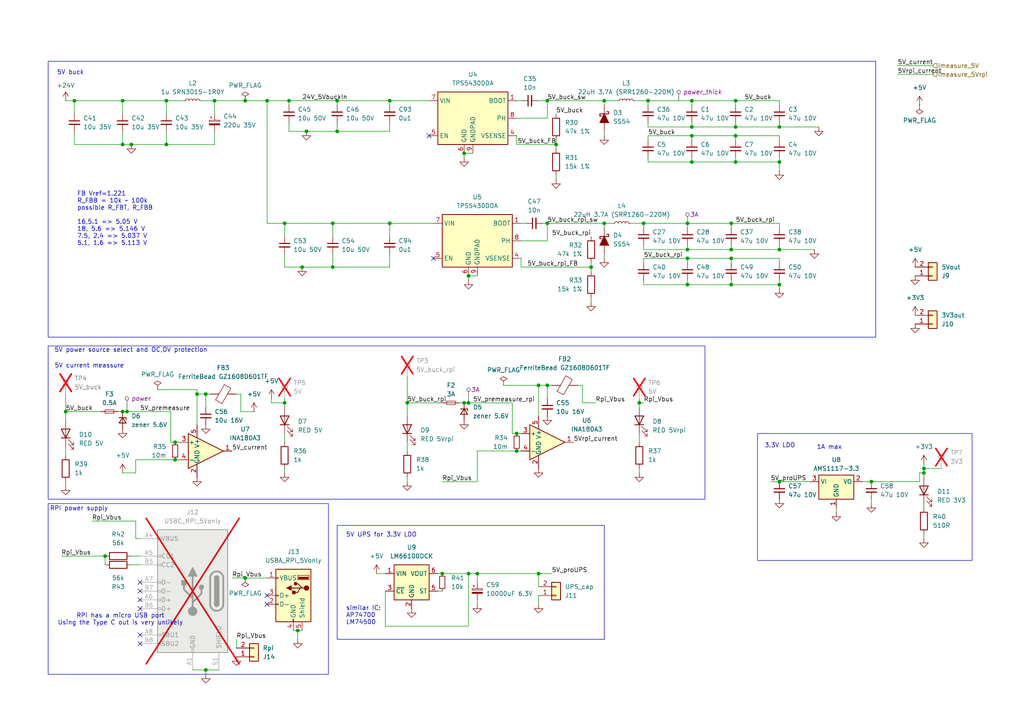
<source format=kicad_sch>
(kicad_sch (version 20231120) (generator "eeschema") (generator_version "8.0")
  (paper "A4")
  (title_block (title "EP6 VCU") (date "2024-09-30") (rev "1.0") (company "NTURacing") (comment 1 "郭哲明") (comment 2 "Electrical group"))
  (junction (at 161.29 41.91))
  (junction (at 200.66 36.83))
  (junction (at 175.26 64.77))
  (junction (at 87.63 77.47))
  (junction (at 71.12 167.64))
  (junction (at 226.06 36.83))
  (junction (at 158.75 111.76))
  (junction (at 185.42 116.84))
  (junction (at 156.21 111.76))
  (junction (at 77.47 29.21))
  (junction (at 226.06 72.39))
  (junction (at 134.62 44.45))
  (junction (at 158.75 64.77))
  (junction (at 97.79 29.21))
  (junction (at 48.26 41.91))
  (junction (at 19.05 119.38))
  (junction (at 199.39 72.39))
  (junction (at 226.06 82.55))
  (junction (at 128.27 166.37))
  (junction (at 199.39 82.55))
  (junction (at 57.15 114.3))
  (junction (at 200.66 29.21))
  (junction (at 226.06 139.7))
  (junction (at 135.89 116.84))
  (junction (at 200.66 46.99))
  (junction (at 59.69 114.3))
  (junction (at 62.23 29.21))
  (junction (at 212.09 72.39))
  (junction (at 135.89 166.37))
  (junction (at 138.43 166.37))
  (junction (at 175.26 29.21))
  (junction (at 82.55 116.84))
  (junction (at 96.52 77.47))
  (junction (at 50.8 128.27))
  (junction (at 267.97 135.89))
  (junction (at 252.73 139.7))
  (junction (at 50.8 133.35))
  (junction (at 134.62 116.84))
  (junction (at 36.83 119.38))
  (junction (at 149.86 130.81))
  (junction (at 118.11 116.84))
  (junction (at 171.45 77.47))
  (junction (at 199.39 64.77))
  (junction (at 149.86 125.73))
  (junction (at 213.36 39.37))
  (junction (at 35.56 29.21))
  (junction (at 97.79 38.1))
  (junction (at 200.66 39.37))
  (junction (at 30.48 161.29))
  (junction (at 86.36 182.88))
  (junction (at 35.56 119.38))
  (junction (at 71.12 29.21))
  (junction (at 213.36 29.21))
  (junction (at 212.09 64.77))
  (junction (at 213.36 46.99))
  (junction (at 59.69 194.31))
  (junction (at 83.82 29.21))
  (junction (at 113.03 64.77))
  (junction (at 156.21 166.37))
  (junction (at 35.56 41.91))
  (junction (at 212.09 74.93))
  (junction (at 199.39 74.93))
  (junction (at 96.52 64.77))
  (junction (at 21.59 29.21))
  (junction (at 226.06 46.99))
  (junction (at 212.09 82.55))
  (junction (at 135.89 80.01))
  (junction (at 82.55 64.77))
  (junction (at 113.03 29.21))
  (junction (at 88.9 38.1))
  (junction (at 267.97 137.16))
  (junction (at 186.69 64.77))
  (junction (at 48.26 29.21))
  (junction (at 213.36 36.83))
  (junction (at 38.1 41.91))
  (junction (at 187.96 29.21))
  (junction (at 158.75 29.21))
  (no_connect (at 40.64 184.15))
  (no_connect (at 125.73 74.93))
  (no_connect (at 77.47 175.26))
  (no_connect (at 124.46 39.37))
  (no_connect (at 40.64 168.91))
  (no_connect (at 77.47 172.72))
  (no_connect (at 40.64 186.69))
  (no_connect (at 40.64 176.53))
  (no_connect (at 40.64 171.45))
  (no_connect (at 40.64 173.99))
  (wire (pts (xy 96.52 64.77) (xy 96.52 68.58)))
  (wire (pts (xy 35.56 41.91) (xy 38.1 41.91)))
  (wire (pts (xy 59.69 194.31) (xy 55.88 194.31)))
  (wire (pts (xy 242.57 148.59) (xy 242.57 147.32)))
  (wire (pts (xy 168.91 116.84) (xy 168.91 111.76)))
  (wire (pts (xy 184.15 29.21) (xy 187.96 29.21)))
  (wire (pts (xy 267.97 147.32) (xy 267.97 146.05)))
  (wire (pts (xy 69.85 114.3) (xy 68.58 114.3)))
  (wire (pts (xy 158.75 111.76) (xy 156.21 111.76)))
  (wire (pts (xy 151.13 64.77) (xy 152.4 64.77)))
  (wire (pts (xy 19.05 114.3) (xy 19.05 119.38)))
  (wire (pts (xy 226.06 46.99) (xy 226.06 49.53)))
  (wire (pts (xy 83.82 38.1) (xy 83.82 35.56)))
  (wire (pts (xy 186.69 72.39) (xy 199.39 72.39)))
  (wire (pts (xy 185.42 115.57) (xy 185.42 116.84)))
  (wire (pts (xy 267.97 156.21) (xy 267.97 154.94)))
  (wire (pts (xy 39.37 133.35) (xy 50.8 133.35)))
  (wire (pts (xy 48.26 41.91) (xy 62.23 41.91)))
  (wire (pts (xy 186.69 76.2) (xy 186.69 74.93)))
  (wire (pts (xy 138.43 139.7) (xy 138.43 130.81)))
  (wire (pts (xy 19.05 132.08) (xy 19.05 129.54)))
  (wire (pts (xy 156.21 175.26) (xy 156.21 172.72)))
  (wire (pts (xy 127 166.37) (xy 128.27 166.37)))
  (wire (pts (xy 213.36 39.37) (xy 213.36 40.64)))
  (wire (pts (xy 200.66 39.37) (xy 200.66 40.64)))
  (wire (pts (xy 138.43 168.91) (xy 138.43 166.37)))
  (wire (pts (xy 185.42 137.16) (xy 185.42 135.89)))
  (wire (pts (xy 48.26 29.21) (xy 53.34 29.21)))
  (wire (pts (xy 48.26 38.1) (xy 48.26 41.91)))
  (wire (pts (xy 135.89 166.37) (xy 138.43 166.37)))
  (wire (pts (xy 38.1 41.91) (xy 48.26 41.91)))
  (wire (pts (xy 199.39 66.04) (xy 199.39 64.77)))
  (wire (pts (xy 175.26 39.37) (xy 175.26 38.1)))
  (wire (pts (xy 135.89 116.84) (xy 148.59 116.84)))
  (wire (pts (xy 59.69 194.31) (xy 59.69 195.58)))
  (wire (pts (xy 186.69 72.39) (xy 186.69 71.12)))
  (wire (pts (xy 187.96 40.64) (xy 187.96 39.37)))
  (wire (pts (xy 78.74 116.84) (xy 82.55 116.84)))
  (wire (pts (xy 213.36 45.72) (xy 213.36 46.99)))
  (wire (pts (xy 226.06 71.12) (xy 226.06 72.39)))
  (wire (pts (xy 34.29 119.38) (xy 35.56 119.38)))
  (wire (pts (xy 200.66 36.83) (xy 213.36 36.83)))
  (wire (pts (xy 77.47 29.21) (xy 83.82 29.21)))
  (wire (pts (xy 161.29 52.07) (xy 161.29 50.8)))
  (wire (pts (xy 97.79 29.21) (xy 97.79 30.48)))
  (wire (pts (xy 172.72 116.84) (xy 168.91 116.84)))
  (wire (pts (xy 171.45 87.63) (xy 171.45 86.36)))
  (wire (pts (xy 35.56 29.21) (xy 48.26 29.21)))
  (wire (pts (xy 260.35 21.59) (xy 270.51 21.59)))
  (wire (pts (xy 83.82 38.1) (xy 88.9 38.1)))
  (wire (pts (xy 36.83 119.38) (xy 49.53 119.38)))
  (wire (pts (xy 175.26 66.04) (xy 175.26 64.77)))
  (wire (pts (xy 171.45 76.2) (xy 171.45 77.47)))
  (wire (pts (xy 45.72 113.03) (xy 57.15 113.03)))
  (wire (pts (xy 260.35 19.05) (xy 270.51 19.05)))
  (wire (pts (xy 87.63 77.47) (xy 96.52 77.47)))
  (wire (pts (xy 187.96 39.37) (xy 200.66 39.37)))
  (wire (pts (xy 19.05 140.97) (xy 19.05 139.7)))
  (wire (pts (xy 118.11 130.81) (xy 118.11 128.27)))
  (wire (pts (xy 267.97 137.16) (xy 267.97 138.43)))
  (wire (pts (xy 199.39 74.93) (xy 212.09 74.93)))
  (wire (pts (xy 213.36 46.99) (xy 226.06 46.99)))
  (wire (pts (xy 226.06 72.39) (xy 236.22 72.39)))
  (wire (pts (xy 199.39 72.39) (xy 199.39 71.12)))
  (wire (pts (xy 212.09 82.55) (xy 226.06 82.55)))
  (wire (pts (xy 212.09 81.28) (xy 212.09 82.55)))
  (wire (pts (xy 82.55 64.77) (xy 82.55 68.58)))
  (wire (pts (xy 57.15 113.03) (xy 57.15 114.3)))
  (wire (pts (xy 127 171.45) (xy 128.27 171.45)))
  (wire (pts (xy 97.79 29.21) (xy 113.03 29.21)))
  (wire (pts (xy 175.26 29.21) (xy 179.07 29.21)))
  (wire (pts (xy 226.06 36.83) (xy 237.49 36.83)))
  (wire (pts (xy 175.26 74.93) (xy 175.26 73.66)))
  (wire (pts (xy 199.39 72.39) (xy 212.09 72.39)))
  (wire (pts (xy 186.69 74.93) (xy 199.39 74.93)))
  (wire (pts (xy 19.05 119.38) (xy 29.21 119.38)))
  (wire (pts (xy 186.69 64.77) (xy 199.39 64.77)))
  (wire (pts (xy 59.69 114.3) (xy 59.69 118.11)))
  (wire (pts (xy 57.15 114.3) (xy 57.15 123.19)))
  (wire (pts (xy 134.62 116.84) (xy 135.89 116.84)))
  (wire (pts (xy 67.31 167.64) (xy 71.12 167.64)))
  (wire (pts (xy 82.55 64.77) (xy 77.47 64.77)))
  (wire (pts (xy 97.79 38.1) (xy 97.79 35.56)))
  (wire (pts (xy 157.48 64.77) (xy 158.75 64.77)))
  (wire (pts (xy 35.56 119.38) (xy 36.83 119.38)))
  (wire (pts (xy 158.75 64.77) (xy 158.75 69.85)))
  (wire (pts (xy 96.52 77.47) (xy 113.03 77.47)))
  (wire (pts (xy 267.97 135.89) (xy 267.97 137.16)))
  (wire (pts (xy 78.74 115.57) (xy 78.74 116.84)))
  (wire (pts (xy 82.55 115.57) (xy 82.55 116.84)))
  (wire (pts (xy 118.11 116.84) (xy 118.11 120.65)))
  (wire (pts (xy 58.42 29.21) (xy 62.23 29.21)))
  (wire (pts (xy 213.36 36.83) (xy 213.36 35.56)))
  (wire (pts (xy 111.76 181.61) (xy 135.89 181.61)))
  (wire (pts (xy 71.12 29.21) (xy 77.47 29.21)))
  (wire (pts (xy 113.03 73.66) (xy 113.03 77.47)))
  (wire (pts (xy 187.96 36.83) (xy 200.66 36.83)))
  (wire (pts (xy 175.26 30.48) (xy 175.26 29.21)))
  (wire (pts (xy 171.45 78.74) (xy 171.45 77.47)))
  (wire (pts (xy 113.03 38.1) (xy 97.79 38.1)))
  (wire (pts (xy 149.86 41.91) (xy 149.86 39.37)))
  (wire (pts (xy 86.36 182.88) (xy 85.09 182.88)))
  (wire (pts (xy 226.06 39.37) (xy 226.06 40.64)))
  (wire (pts (xy 118.11 109.22) (xy 118.11 116.84)))
  (wire (pts (xy 185.42 116.84) (xy 185.42 118.11)))
  (wire (pts (xy 113.03 68.58) (xy 113.03 64.77)))
  (wire (pts (xy 199.39 82.55) (xy 212.09 82.55)))
  (wire (pts (xy 226.06 35.56) (xy 226.06 36.83)))
  (wire (pts (xy 213.36 29.21) (xy 226.06 29.21)))
  (wire (pts (xy 82.55 77.47) (xy 87.63 77.47)))
  (wire (pts (xy 50.8 128.27) (xy 52.07 128.27)))
  (wire (pts (xy 266.7 139.7) (xy 266.7 137.16)))
  (wire (pts (xy 133.35 116.84) (xy 134.62 116.84)))
  (wire (pts (xy 160.02 166.37) (xy 156.21 166.37)))
  (wire (pts (xy 161.29 41.91) (xy 161.29 43.18)))
  (wire (pts (xy 83.82 29.21) (xy 83.82 30.48)))
  (wire (pts (xy 96.52 77.47) (xy 96.52 73.66)))
  (wire (pts (xy 50.8 133.35) (xy 52.07 133.35)))
  (wire (pts (xy 71.12 167.64) (xy 77.47 167.64)))
  (wire (pts (xy 199.39 64.77) (xy 212.09 64.77)))
  (wire (pts (xy 226.06 29.21) (xy 226.06 30.48)))
  (wire (pts (xy 62.23 29.21) (xy 62.23 33.02)))
  (wire (pts (xy 212.09 72.39) (xy 226.06 72.39)))
  (wire (pts (xy 158.75 64.77) (xy 175.26 64.77)))
  (wire (pts (xy 158.75 29.21) (xy 158.75 34.29)))
  (wire (pts (xy 21.59 41.91) (xy 35.56 41.91)))
  (wire (pts (xy 156.21 166.37) (xy 156.21 170.18)))
  (wire (pts (xy 226.06 46.99) (xy 226.06 45.72)))
  (wire (pts (xy 226.06 74.93) (xy 226.06 76.2)))
  (wire (pts (xy 60.96 114.3) (xy 59.69 114.3)))
  (wire (pts (xy 68.58 185.42) (xy 68.58 187.96)))
  (wire (pts (xy 161.29 41.91) (xy 149.86 41.91)))
  (wire (pts (xy 273.05 135.89) (xy 267.97 135.89)))
  (wire (pts (xy 212.09 74.93) (xy 212.09 76.2)))
  (wire (pts (xy 88.9 38.1) (xy 97.79 38.1)))
  (wire (pts (xy 187.96 36.83) (xy 187.96 35.56)))
  (wire (pts (xy 149.86 29.21) (xy 151.13 29.21)))
  (wire (pts (xy 62.23 29.21) (xy 71.12 29.21)))
  (wire (pts (xy 175.26 64.77) (xy 177.8 64.77)))
  (wire (pts (xy 226.06 64.77) (xy 226.06 66.04)))
  (wire (pts (xy 226.06 139.7) (xy 234.95 139.7)))
  (wire (pts (xy 148.59 116.84) (xy 148.59 125.73)))
  (wire (pts (xy 86.36 185.42) (xy 86.36 182.88)))
  (wire (pts (xy 138.43 130.81) (xy 149.86 130.81)))
  (wire (pts (xy 96.52 64.77) (xy 113.03 64.77)))
  (wire (pts (xy 128.27 139.7) (xy 138.43 139.7)))
  (wire (pts (xy 200.66 45.72) (xy 200.66 46.99)))
  (wire (pts (xy 148.59 125.73) (xy 149.86 125.73)))
  (wire (pts (xy 26.67 151.13) (xy 39.37 151.13)))
  (wire (pts (xy 38.1 161.29) (xy 40.64 161.29)))
  (wire (pts (xy 267.97 135.89) (xy 267.97 134.62)))
  (wire (pts (xy 35.56 38.1) (xy 35.56 41.91)))
  (wire (pts (xy 185.42 128.27) (xy 185.42 125.73)))
  (wire (pts (xy 212.09 72.39) (xy 212.09 71.12)))
  (wire (pts (xy 200.66 30.48) (xy 200.66 29.21)))
  (wire (pts (xy 135.89 115.57) (xy 135.89 116.84)))
  (wire (pts (xy 168.91 111.76) (xy 167.64 111.76)))
  (wire (pts (xy 267.97 137.16) (xy 266.7 137.16)))
  (wire (pts (xy 160.02 111.76) (xy 158.75 111.76)))
  (wire (pts (xy 118.11 139.7) (xy 118.11 138.43)))
  (wire (pts (xy 135.89 181.61) (xy 135.89 166.37)))
  (wire (pts (xy 135.89 80.01) (xy 138.43 80.01)))
  (wire (pts (xy 212.09 74.93) (xy 226.06 74.93)))
  (wire (pts (xy 134.62 44.45) (xy 137.16 44.45)))
  (wire (pts (xy 252.73 139.7) (xy 266.7 139.7)))
  (wire (pts (xy 187.96 46.99) (xy 200.66 46.99)))
  (wire (pts (xy 187.96 30.48) (xy 187.96 29.21)))
  (wire (pts (xy 149.86 34.29) (xy 158.75 34.29)))
  (wire (pts (xy 69.85 119.38) (xy 69.85 114.3)))
  (wire (pts (xy 151.13 69.85) (xy 158.75 69.85)))
  (wire (pts (xy 187.96 29.21) (xy 200.66 29.21)))
  (wire (pts (xy 118.11 116.84) (xy 128.27 116.84)))
  (wire (pts (xy 39.37 137.16) (xy 39.37 133.35)))
  (wire (pts (xy 223.52 139.7) (xy 226.06 139.7)))
  (wire (pts (xy 111.76 171.45) (xy 111.76 181.61)))
  (wire (pts (xy 128.27 166.37) (xy 135.89 166.37)))
  (wire (pts (xy 186.69 66.04) (xy 186.69 64.77)))
  (wire (pts (xy 149.86 125.73) (xy 151.13 125.73)))
  (wire (pts (xy 82.55 77.47) (xy 82.55 73.66)))
  (wire (pts (xy 82.55 137.16) (xy 82.55 135.89)))
  (wire (pts (xy 213.36 39.37) (xy 226.06 39.37)))
  (wire (pts (xy 113.03 29.21) (xy 124.46 29.21)))
  (wire (pts (xy 109.22 166.37) (xy 111.76 166.37)))
  (wire (pts (xy 49.53 128.27) (xy 50.8 128.27)))
  (wire (pts (xy 82.55 118.11) (xy 82.55 116.84)))
  (wire (pts (xy 185.42 116.84) (xy 186.69 116.84)))
  (wire (pts (xy 83.82 29.21) (xy 97.79 29.21)))
  (wire (pts (xy 158.75 29.21) (xy 175.26 29.21)))
  (wire (pts (xy 199.39 81.28) (xy 199.39 82.55)))
  (wire (pts (xy 21.59 29.21) (xy 35.56 29.21)))
  (wire (pts (xy 186.69 82.55) (xy 199.39 82.55)))
  (wire (pts (xy 149.86 130.81) (xy 151.13 130.81)))
  (wire (pts (xy 19.05 29.21) (xy 21.59 29.21)))
  (wire (pts (xy 156.21 29.21) (xy 158.75 29.21)))
  (wire (pts (xy 135.89 81.28) (xy 135.89 80.01)))
  (wire (pts (xy 35.56 137.16) (xy 39.37 137.16)))
  (wire (pts (xy 158.75 111.76) (xy 158.75 115.57)))
  (wire (pts (xy 138.43 166.37) (xy 156.21 166.37)))
  (wire (pts (xy 86.36 182.88) (xy 87.63 182.88)))
  (wire (pts (xy 161.29 40.64) (xy 161.29 41.91)))
  (wire (pts (xy 113.03 64.77) (xy 125.73 64.77)))
  (wire (pts (xy 62.23 38.1) (xy 62.23 41.91)))
  (wire (pts (xy 35.56 33.02) (xy 35.56 29.21)))
  (wire (pts (xy 73.66 119.38) (xy 69.85 119.38)))
  (wire (pts (xy 19.05 119.38) (xy 19.05 121.92)))
  (wire (pts (xy 82.55 128.27) (xy 82.55 125.73)))
  (wire (pts (xy 17.78 161.29) (xy 30.48 161.29)))
  (wire (pts (xy 151.13 77.47) (xy 151.13 74.93)))
  (wire (pts (xy 182.88 64.77) (xy 186.69 64.77)))
  (wire (pts (xy 199.39 74.93) (xy 199.39 76.2)))
  (wire (pts (xy 39.37 156.21) (xy 40.64 156.21)))
  (wire (pts (xy 49.53 119.38) (xy 49.53 128.27)))
  (wire (pts (xy 36.83 118.11) (xy 36.83 119.38)))
  (wire (pts (xy 186.69 81.28) (xy 186.69 82.55)))
  (wire (pts (xy 200.66 36.83) (xy 200.66 35.56)))
  (wire (pts (xy 113.03 30.48) (xy 113.03 29.21)))
  (wire (pts (xy 82.55 64.77) (xy 96.52 64.77)))
  (wire (pts (xy 156.21 111.76) (xy 156.21 120.65)))
  (wire (pts (xy 187.96 45.72) (xy 187.96 46.99)))
  (wire (pts (xy 77.47 64.77) (xy 77.47 29.21)))
  (wire (pts (xy 21.59 38.1) (xy 21.59 41.91)))
  (wire (pts (xy 134.62 45.72) (xy 134.62 44.45)))
  (wire (pts (xy 30.48 163.83) (xy 30.48 161.29)))
  (wire (pts (xy 226.06 82.55) (xy 226.06 83.82)))
  (wire (pts (xy 59.69 114.3) (xy 57.15 114.3)))
  (wire (pts (xy 213.36 30.48) (xy 213.36 29.21)))
  (wire (pts (xy 226.06 82.55) (xy 226.06 81.28)))
  (wire (pts (xy 21.59 33.02) (xy 21.59 29.21)))
  (wire (pts (xy 200.66 39.37) (xy 213.36 39.37)))
  (wire (pts (xy 48.26 33.02) (xy 48.26 29.21)))
  (wire (pts (xy 200.66 29.21) (xy 213.36 29.21)))
  (wire (pts (xy 138.43 175.26) (xy 138.43 173.99)))
  (wire (pts (xy 151.13 77.47) (xy 171.45 77.47)))
  (wire (pts (xy 212.09 64.77) (xy 226.06 64.77)))
  (wire (pts (xy 38.1 163.83) (xy 40.64 163.83)))
  (wire (pts (xy 113.03 35.56) (xy 113.03 38.1)))
  (wire (pts (xy 213.36 36.83) (xy 226.06 36.83)))
  (wire (pts (xy 59.69 194.31) (xy 63.5 194.31)))
  (wire (pts (xy 39.37 151.13) (xy 39.37 156.21)))
  (wire (pts (xy 252.73 146.05) (xy 252.73 144.78)))
  (wire (pts (xy 250.19 139.7) (xy 252.73 139.7)))
  (wire (pts (xy 212.09 66.04) (xy 212.09 64.77)))
  (wire (pts (xy 146.05 111.76) (xy 156.21 111.76)))
  (wire (pts (xy 200.66 46.99) (xy 213.36 46.99)))
  (rectangle (start 13.97 17.78) (end 254 97.79))
  (rectangle (start 13.97 100.33) (end 204.47 144.78))
  (rectangle (start 219.71 125.73) (end 281.94 162.56))
  (rectangle (start 13.97 146.05) (end 95.25 195.58))
  (rectangle (start 97.79 152.4) (end 175.26 185.42))
  (text "5V UPS for 3.3V LDO" (at 100.33 155.956 0) (effects (font (size 1.27 1.27)) (justify left bottom)))
  (text "5V power source select and OC,OV protection" (at 15.748 102.362 0) (effects (font (size 1.27 1.27)) (justify left bottom)))
  (text "RPI power supply" (at 14.478 147.574 0) (effects (font (size 1.27 1.27)) (justify left)))
  (text "RPi has a micro USB port\nUsing the Type C out is very unlikely" (at 34.925 179.705 0) (effects (font (size 1.27 1.27))))
  (text "3.3V LDO" (at 221.742 130.048 0) (effects (font (size 1.27 1.27)) (justify left bottom)))
  (text "5V buck" (at 16.51 21.844 0) (effects (font (size 1.27 1.27)) (justify left bottom)))
  (text "5V current meassure" (at 25.908 106.172 0) (effects (font (size 1.27 1.27))))
  (text "FB Vref=1.221\nR_FBB = 10k ~ 100k\npossible R_FBT, R_FBB\n\n16,5.1 => 5.05 V\n18, 5.6 => 5.146 V\n7.5, 2.4 => 5.037 V\n5.1, 1.6 => 5.113 V" (at 22.352 71.374 0) (effects (font (size 1.27 1.27)) (justify left bottom)))
  (text "1A max" (at 240.538 129.794 0) (effects (font (size 1.27 1.27))))
  (text "similar IC:\nAP74700\nLM74500" (at 100.33 178.562 0) (effects (font (size 1.27 1.27)) (justify left)))
  (label "5V_buck_FB" (at 161.29 41.91 180))
  (label "5V_buck_rpi" (at 118.11 116.84 0))
  (label "5V_buck_rpi" (at 171.45 68.58 180))
  (label "5V_buck_rpi_FB" (at 167.64 77.47 180))
  (label "5V_buck" (at 215.9 29.21 0))
  (label "5V_current" (at 67.31 130.81 0))
  (label "5V_premeasure_rpi" (at 137.16 116.84 0))
  (label "5V_proUPS" (at 160.02 166.37 0))
  (label "5V_buck" (at 19.05 119.38 0))
  (label "5Vrpi_current" (at 166.37 128.27 0))
  (label "5V_buck_rpi" (at 213.36 64.77 0))
  (label "5V_proUPS" (at 223.52 139.7 0))
  (label "5V_buck" (at 161.29 33.02 0))
  (label "Rpi_Vbus" (at 26.67 151.13 0))
  (label "5V_premeasure" (at 40.64 119.38 0))
  (label "5V_buck_rpi_sw" (at 158.75 64.77 0))
  (label "5V_buck_rpi" (at 186.69 74.93 0))
  (label "Rpi_Vbus" (at 67.31 167.64 0))
  (label "Rpi_Vbus" (at 128.27 139.7 0))
  (label "24V_5VbuckIn" (at 87.63 29.21 0))
  (label "Rpi_Vbus" (at 68.58 185.42 0))
  (label "5Vrpi_current" (at 260.35 21.59 0))
  (label "5V_current" (at 260.35 19.05 0))
  (label "Rpi_Vbus" (at 17.78 161.29 0))
  (label "5V_buck_sw" (at 158.75 29.21 0))
  (label "Rpi_Vbus" (at 172.72 116.84 0))
  (label "Rpi_Vbus" (at 186.69 116.84 0))
  (label "5V_buck" (at 187.96 39.37 0))
  (hierarchical_label "Imeasure_5Vrpi" (shape input) (at 270.51 21.59 0))
  (hierarchical_label "Imeasure_5V" (shape input) (at 270.51 19.05 0))
  (netclass_flag "" (length 2.54) (shape round) (at 196.85 29.21 0) (property "Netclass" "power_thick" (at 198.12 26.67 0) (effects (font (italic yes)) (justify left))))
  (netclass_flag "" (length 2.54) (shape round) (at 135.89 115.57 0) (property "Netclass" "3A" (at 136.5885 113.03 0) (effects (font (italic yes)) (justify left))))
  (netclass_flag "" (length 2.54) (shape round) (at 199.39 64.77 0) (property "Netclass" "3A" (at 200.0885 62.23 0) (effects (font (italic yes)) (justify left))))
  (netclass_flag "" (length 2.54) (shape round) (at 36.83 118.11 0) (property "Netclass" "power" (at 38.1 115.57 0) (effects (font (italic yes)) (justify left))))
  (symbol (lib_id "Device:C_Small") (at 212.09 78.74 0) (unit 1)
    (property "Reference" "C49" (at 214.63 77.4762 0) (effects (justify left)))
    (property "Value" "47u 10V" (at 214.63 80.0162 0) (effects (justify left)))
    (property "Footprint" "Capacitor_SMD:C_1206_3216Metric" (effects (hide yes)))
    (property "Description" "CL31A476MPHNNN" (effects (hide yes)))
  )
  (symbol (lib_id "Device:C_Small") (at 199.39 78.74 0) (unit 1)
    (property "Reference" "C48" (at 201.93 77.4762 0) (effects (justify left)))
    (property "Value" "47u 10V" (at 201.93 80.0162 0) (effects (justify left)))
    (property "Footprint" "Capacitor_SMD:C_1206_3216Metric" (effects (hide yes)))
    (property "Description" "CL31A476MPHNNN" (effects (hide yes)))
  )
  (symbol (lib_id "Device:FerriteBead") (at 64.77 114.3 90) (unit 1)
    (property "Reference" "FB3" (at 64.7192 106.68 90))
    (property "Value" "FerriteBead GZ1608D601TF" (at 64.7192 109.22 90))
    (property "Footprint" "Inductor_SMD:L_0805_2012Metric" (effects (hide yes)))
    (property "Description" "Ferrite bead" (effects (hide yes)))
  )
  (symbol (lib_id "power:GND") (at 59.69 123.19 0) (unit 1)
    (property "Reference" "#PWR088" (effects (hide yes)))
    (property "Value" "GND" (effects (hide yes)))
    (property "Description" "Power symbol creates a global label with name \"GND\" , ground" (effects (hide yes)))
  )
  (symbol (lib_id "power:GND") (at 252.73 146.05 0) (unit 1)
    (property "Reference" "#PWR099" (effects (hide yes)))
    (property "Value" "GND" (effects (hide yes)))
    (property "Description" "Power symbol creates a global label with name \"GND\" , ground" (effects (hide yes)))
  )
  (symbol (lib_id "power:+5V") (at 109.22 166.37 0) (mirror y) (unit 1)
    (property "Reference" "#PWR0102" (effects (hide yes)))
    (property "Value" "+5V" (at 109.22 161.29 0))
    (property "Description" "Power symbol creates a global label with name \"+5V\"" (effects (hide yes)))
  )
  (symbol (lib_id "power:GND") (at 265.43 93.98 0) (mirror y) (unit 1)
    (property "Reference" "#PWR082" (effects (hide yes)))
    (property "Value" "GND" (effects (hide yes)))
    (property "Description" "Power symbol creates a global label with name \"GND\" , ground" (effects (hide yes)))
  )
  (symbol (lib_id "Device:C_Polarized_Small") (at 62.23 35.56 0) (unit 1)
    (property "Reference" "C44" (at 64.77 33.7439 0) (effects (justify left)))
    (property "Value" "220u 35V" (at 64.77 36.2839 0) (effects (justify left)))
    (property "Footprint" "Capacitor_THT:CP_Radial_D8.0mm_P3.80mm" (effects (hide yes)))
    (property "Description" "Polarized capacitor, small symbol" (effects (hide yes)))
  )
  (symbol (lib_id "Device:R") (at 161.29 36.83 0) (unit 1)
    (property "Reference" "R30" (at 163.83 35.56 0) (effects (justify left)))
    (property "Value" "47k 1%" (at 163.83 38.1 0) (effects (justify left)))
    (property "Footprint" "Resistor_SMD:R_0603_1608Metric" (effects (hide yes)))
    (property "Description" "Resistor" (effects (hide yes)))
  )
  (symbol (lib_id "power:GND") (at 88.9 38.1 0) (unit 1)
    (property "Reference" "#PWR071" (effects (hide yes)))
    (property "Value" "GND" (effects (hide yes)))
    (property "Description" "Power symbol creates a global label with name \"GND\" , ground" (effects (hide yes)))
  )
  (symbol (lib_id "Device:L_Small") (at 180.34 64.77 90) (unit 1)
    (property "Reference" "L4" (at 180.34 59.69 90))
    (property "Value" "22uH 3.7A (SRR1260-220M)" (at 180.34 62.23 90))
    (property "Footprint" "Inductor_SMD:L_Bourns_SRR1260" (effects (hide yes)))
    (property "Description" "Inductor, small symbol" (effects (hide yes)))
  )
  (symbol (lib_id "Device:C_Small") (at 154.94 64.77 90) (unit 1)
    (property "Reference" "C47" (at 154.9463 58.42 90))
    (property "Value" "10n" (at 154.9463 60.96 90))
    (property "Footprint" "Capacitor_SMD:C_0603_1608Metric" (effects (hide yes)))
    (property "Description" "Unpolarized capacitor, small symbol" (effects (hide yes)))
  )
  (symbol (lib_id "Device:Fuse_Small") (at 31.75 119.38 0) (unit 1)
    (property "Reference" "F3" (at 31.75 114.3 0))
    (property "Value" "0.5A" (at 31.75 116.84 0))
    (property "Footprint" "Fuse:Fuse_2512_6332Metric_Pad1.52x3.35mm_HandSolder" (effects (hide yes)))
    (property "Description" "Fuse, small symbol" (effects (hide yes)))
  )
  (symbol (lib_id "Device:C_Small") (at 59.69 120.65 0) (unit 1)
    (property "Reference" "C56" (at 62.23 119.3862 0) (effects (justify left)))
    (property "Value" "10u 16V" (at 62.23 121.9262 0) (effects (justify left)))
    (property "Footprint" "Capacitor_SMD:C_0603_1608Metric" (effects (hide yes)))
    (property "Description" "Unpolarized capacitor, small symbol" (effects (hide yes)))
  )
  (symbol (lib_id "power:GND") (at 87.63 77.47 0) (unit 1)
    (property "Reference" "#PWR076" (effects (hide yes)))
    (property "Value" "GND" (effects (hide yes)))
    (property "Description" "Power symbol creates a global label with name \"GND\" , ground" (effects (hide yes)))
  )
  (symbol (lib_id "power:GND") (at 237.49 36.83 0) (unit 1)
    (property "Reference" "#PWR068" (effects (hide yes)))
    (property "Value" "GND" (effects (hide yes)))
    (property "Description" "Power symbol creates a global label with name \"GND\" , ground" (effects (hide yes)))
  )
  (symbol (lib_id "Device:C_Small") (at 200.66 43.18 0) (unit 1)
    (property "Reference" "C6" (at 203.2 41.9162 0) (effects (justify left)))
    (property "Value" "47u 10V" (at 203.2 44.4562 0) (effects (justify left)))
    (property "Footprint" "Capacitor_SMD:C_1206_3216Metric" (effects (hide yes)))
    (property "Description" "CL31A476MPHNNN" (effects (hide yes)))
  )
  (symbol (lib_id "power:+5V") (at 73.66 119.38 0) (unit 1)
    (property "Reference" "#PWR084" (effects (hide yes)))
    (property "Value" "+5V" (at 73.66 114.3 0))
    (property "Description" "Power symbol creates a global label with name \"+5V\"" (effects (hide yes)))
  )
  (symbol (lib_id "Amplifier_Current:INA180A3") (at 59.69 130.81 0) (unit 1)
    (property "Reference" "U7" (at 71.12 124.4914 0))
    (property "Value" "INA180A3" (at 71.12 127.0314 0))
    (property "Footprint" "Package_TO_SOT_SMD:SOT-23-5" (effects (hide yes)))
    (property "Datasheet" "http://www.ti.com/lit/ds/symlink/ina180.pdf" (effects (hide yes)))
    (property "Description" "Current Sense Amplifier, 1 Circuit, Rail-to-Rail, 26V, Gain 100 V/V, SOT-23-5" (effects (hide yes)))
  )
  (symbol (lib_id "power:GND") (at 226.06 83.82 0) (unit 1)
    (property "Reference" "#PWR014" (effects (hide yes)))
    (property "Value" "GND" (effects (hide yes)))
    (property "Description" "Power symbol creates a global label with name \"GND\" , ground" (effects (hide yes)))
  )
  (symbol (lib_id "Device:L_Small") (at 55.88 29.21 90) (unit 1)
    (property "Reference" "L2" (at 55.88 24.13 90))
    (property "Value" "1u SRN3015-1R0Y" (at 55.88 26.67 90))
    (property "Footprint" "SamacSys_Parts_EP6:INDPM3027X150N" (effects (hide yes)))
    (property "Description" "Inductor, small symbol" (effects (hide yes)))
  )
  (symbol (lib_id "power:GND") (at 135.89 81.28 0) (unit 1)
    (property "Reference" "#PWR079" (effects (hide yes)))
    (property "Value" "GND" (effects (hide yes)))
    (property "Description" "Power symbol creates a global label with name \"GND\" , ground" (effects (hide yes)))
  )
  (symbol (lib_id "power:GND") (at 161.29 52.07 0) (unit 1)
    (property "Reference" "#PWR073" (effects (hide yes)))
    (property "Value" "GND" (effects (hide yes)))
    (property "Description" "Power symbol creates a global label with name \"GND\" , ground" (effects (hide yes)))
  )
  (symbol (lib_id "power:+5V") (at 266.7 30.48 0) (unit 1)
    (property "Reference" "#PWR067" (effects (hide yes)))
    (property "Value" "+5V" (at 266.7 25.4 0))
    (property "Description" "Power symbol creates a global label with name \"+5V\"" (effects (hide yes)))
  )
  (symbol (lib_id "Device:R_Small") (at 149.86 128.27 0) (mirror y) (unit 1)
    (property "Reference" "R34" (at 147.32 126.9999 0) (effects (justify left)))
    (property "Value" "10m" (at 147.32 129.5399 0) (effects (justify left)))
    (property "Footprint" "Resistor_SMD:R_1206_3216Metric" (effects (hide yes)))
    (property "Description" "Resistor, small symbol" (effects (hide yes)))
  )
  (symbol (lib_id "Device:C_Small") (at 35.56 35.56 0) (unit 1)
    (property "Reference" "C42" (at 38.1 34.2962 0) (effects (justify left)))
    (property "Value" "10u 35V" (at 38.1 36.8362 0) (effects (justify left)))
    (property "Footprint" "Capacitor_SMD:C_1206_3216Metric" (effects (hide yes)))
    (property "Description" "Unpolarized capacitor, small symbol" (effects (hide yes)))
  )
  (symbol (lib_id "power:GND") (at 35.56 124.46 0) (unit 1)
    (property "Reference" "#PWR089" (effects (hide yes)))
    (property "Value" "GND" (effects (hide yes)))
    (property "Description" "Power symbol creates a global label with name \"GND\" , ground" (effects (hide yes)))
  )
  (symbol (lib_id "Device:D_Zener_Small") (at 134.62 119.38 270) (unit 1)
    (property "Reference" "D5" (at 137.16 118.11 90) (effects (justify left)))
    (property "Value" "zener 5.6V" (at 137.16 120.65 90) (effects (justify left)))
    (property "Footprint" "Diode_SMD:D_SMB" (effects (hide yes)))
    (property "Description" "Zener diode, small symbol" (effects (hide yes)))
  )
  (symbol (lib_id "power:GND") (at 267.97 156.21 0) (unit 1)
    (property "Reference" "#PWR0101" (effects (hide yes)))
    (property "Value" "GND" (effects (hide yes)))
    (property "Description" "Power symbol creates a global label with name \"GND\" , ground" (effects (hide yes)))
  )
  (symbol (lib_id "Connector:TestPoint") (at 273.05 135.89 0) (unit 1) (on_board no) (dnp yes)
    (property "Reference" "TP7" (at 275.59 131.318 0) (effects (justify left)))
    (property "Value" "3V3" (at 275.59 133.858 0) (effects (justify left)))
    (property "Footprint" "TestPoint:TestPoint_Pad_D1.0mm" (effects (hide yes)))
    (property "Description" "test point" (effects (hide yes)))
  )
  (symbol (lib_id "power:GND") (at 119.38 176.53 0) (unit 1)
    (property "Reference" "#PWR0105" (effects (hide yes)))
    (property "Value" "GND" (effects (hide yes)))
    (property "Description" "Power symbol creates a global label with name \"GND\" , ground" (effects (hide yes)))
  )
  (symbol (lib_id "Device:LED") (at 118.11 124.46 90) (unit 1)
    (property "Reference" "D9" (at 121.92 124.7774 90) (effects (justify right)))
    (property "Value" "RED 5Vrpi" (at 121.92 127.3174 90) (effects (justify right)))
    (property "Footprint" "LED_SMD:LED_0603_1608Metric" (effects (hide yes)))
    (property "Description" "Light emitting diode" (effects (hide yes)))
  )
  (symbol (lib_id "power:GND") (at 156.21 175.26 0) (unit 1)
    (property "Reference" "#PWR0104" (effects (hide yes)))
    (property "Value" "GND" (effects (hide yes)))
    (property "Description" "Power symbol creates a global label with name \"GND\" , ground" (effects (hide yes)))
  )
  (symbol (lib_id "Device:C_Small") (at 226.06 43.18 0) (unit 1)
    (property "Reference" "C4" (at 228.6 41.9162 0) (effects (justify left)))
    (property "Value" "47u 10V" (at 228.6 44.4562 0) (effects (justify left)))
    (property "Footprint" "Capacitor_SMD:C_1206_3216Metric" (effects (hide yes)))
    (property "Description" "CL31A476MPHNNN" (effects (hide yes)))
  )
  (symbol (lib_id "Device:C_Small") (at 97.79 33.02 0) (unit 1)
    (property "Reference" "C46" (at 100.33 31.7562 0) (effects (justify left)))
    (property "Value" "10u 50V" (at 100.33 34.2962 0) (effects (justify left)))
    (property "Footprint" "Capacitor_SMD:C_1206_3216Metric" (effects (hide yes)))
    (property "Description" "Unpolarized capacitor, small symbol" (effects (hide yes)))
  )
  (symbol (lib_id "Device:C_Small") (at 153.67 29.21 90) (unit 1)
    (property "Reference" "C35" (at 153.6763 22.86 90))
    (property "Value" "10n" (at 153.6763 25.4 90))
    (property "Footprint" "Capacitor_SMD:C_0603_1608Metric" (effects (hide yes)))
    (property "Description" "Unpolarized capacitor, small symbol" (effects (hide yes)))
  )
  (symbol (lib_id "Device:C_Small") (at 226.06 142.24 0) (unit 1)
    (property "Reference" "C57" (at 228.6 140.97 0) (effects (justify left)))
    (property "Value" "47u 10V" (at 228.6 143.51 0) (effects (justify left)))
    (property "Footprint" "Capacitor_SMD:C_1206_3216Metric" (effects (hide yes)))
    (property "Description" "Unpolarized capacitor, small symbol" (effects (hide yes)))
  )
  (symbol (lib_id "Device:D_Zener_Small") (at 35.56 121.92 270) (unit 1)
    (property "Reference" "D6" (at 38.1 120.65 90) (effects (justify left)))
    (property "Value" "zener 5.6V" (at 38.1 123.19 90) (effects (justify left)))
    (property "Footprint" "Diode_SMD:D_SMB" (effects (hide yes)))
    (property "Description" "Zener diode, small symbol" (effects (hide yes)))
  )
  (symbol (lib_id "power:GND") (at 185.42 137.16 0) (unit 1)
    (property "Reference" "#PWR094" (effects (hide yes)))
    (property "Value" "GND" (effects (hide yes)))
    (property "Description" "Power symbol creates a global label with name \"GND\" , ground" (effects (hide yes)))
  )
  (symbol (lib_id "Amplifier_Current:INA180A3") (at 158.75 128.27 0) (unit 1)
    (property "Reference" "U6" (at 170.18 121.9514 0))
    (property "Value" "INA180A3" (at 170.18 124.4914 0))
    (property "Footprint" "Package_TO_SOT_SMD:SOT-23-5" (effects (hide yes)))
    (property "Datasheet" "http://www.ti.com/lit/ds/symlink/ina180.pdf" (effects (hide yes)))
    (property "Description" "Current Sense Amplifier, 1 Circuit, Rail-to-Rail, 26V, Gain 100 V/V, SOT-23-5" (effects (hide yes)))
  )
  (symbol (lib_id "Connector:TestPoint") (at 19.05 114.3 0) (unit 1) (on_board no) (dnp yes)
    (property "Reference" "TP4" (at 21.59 109.7279 0) (effects (justify left)))
    (property "Value" "5V_buck" (at 21.59 112.2679 0) (effects (justify left)))
    (property "Footprint" "TestPoint:TestPoint_Pad_D1.0mm" (effects (hide yes)))
    (property "Description" "test point" (effects (hide yes)))
  )
  (symbol (lib_id "Device:R") (at 34.29 161.29 90) (unit 1)
    (property "Reference" "R42" (at 34.29 154.94 90))
    (property "Value" "56k" (at 34.29 157.48 90))
    (property "Footprint" "Resistor_SMD:R_0402_1005Metric" (effects (hide yes)))
    (property "Description" "Resistor" (effects (hide yes)))
  )
  (symbol (lib_id "Device:R") (at 19.05 135.89 0) (unit 1)
    (property "Reference" "R39" (at 21.59 134.62 0) (effects (justify left)))
    (property "Value" "1k" (at 21.59 137.16 0) (effects (justify left)))
    (property "Footprint" "Resistor_SMD:R_0402_1005Metric" (effects (hide yes)))
    (property "Description" "Resistor" (effects (hide yes)))
  )
  (symbol (lib_id "Device:R") (at 267.97 151.13 0) (unit 1)
    (property "Reference" "R40" (at 270.51 149.86 0) (effects (justify left)))
    (property "Value" "510R" (at 270.51 152.4 0) (effects (justify left)))
    (property "Footprint" "Resistor_SMD:R_0402_1005Metric" (effects (hide yes)))
    (property "Description" "Resistor" (effects (hide yes)))
  )
  (symbol (lib_id "power:GND") (at 175.26 39.37 0) (unit 1)
    (property "Reference" "#PWR069" (effects (hide yes)))
    (property "Value" "GND" (effects (hide yes)))
    (property "Description" "Power symbol creates a global label with name \"GND\" , ground" (effects (hide yes)))
  )
  (symbol (lib_id "Device:C_Small") (at 48.26 35.56 0) (unit 1)
    (property "Reference" "C43" (at 50.8 34.2962 0) (effects (justify left)))
    (property "Value" "10u 35V" (at 50.8 36.8362 0) (effects (justify left)))
    (property "Footprint" "Capacitor_SMD:C_1206_3216Metric" (effects (hide yes)))
    (property "Description" "Unpolarized capacitor, small symbol" (effects (hide yes)))
  )
  (symbol (lib_id "power:GND") (at 68.58 190.5 0) (mirror y) (unit 1)
    (property "Reference" "#PWR0107" (effects (hide yes)))
    (property "Value" "GND" (effects (hide yes)))
    (property "Description" "Power symbol creates a global label with name \"GND\" , ground" (effects (hide yes)))
  )
  (symbol (lib_id "power:+3V3") (at 267.97 134.62 0) (unit 1)
    (property "Reference" "#PWR090" (effects (hide yes)))
    (property "Value" "+3V3" (at 267.97 129.54 0))
    (property "Description" "Power symbol creates a global label with name \"+3V3\"" (effects (hide yes)))
  )
  (symbol (lib_id "power:GND") (at 118.11 139.7 0) (unit 1)
    (property "Reference" "#PWR096" (effects (hide yes)))
    (property "Value" "GND" (effects (hide yes)))
    (property "Description" "Power symbol creates a global label with name \"GND\" , ground" (effects (hide yes)))
  )
  (symbol (lib_id "Device:LED") (at 185.42 121.92 90) (unit 1)
    (property "Reference" "D8" (at 189.23 122.2374 90) (effects (justify right)))
    (property "Value" "RED 5Vrpi" (at 189.23 124.7774 90) (effects (justify right)))
    (property "Footprint" "LED_SMD:LED_0603_1608Metric" (effects (hide yes)))
    (property "Description" "Light emitting diode" (effects (hide yes)))
  )
  (symbol (lib_id "Device:R") (at 118.11 134.62 0) (unit 1)
    (property "Reference" "R38" (at 120.65 133.35 0) (effects (justify left)))
    (property "Value" "1k" (at 120.65 135.89 0) (effects (justify left)))
    (property "Footprint" "Resistor_SMD:R_0402_1005Metric" (effects (hide yes)))
    (property "Description" "Resistor" (effects (hide yes)))
  )
  (symbol (lib_id "Connector_Generic:Conn_01x02") (at 270.51 80.01 0) (mirror x) (unit 1)
    (property "Reference" "J9" (at 273.05 80.01 0) (effects (justify left)))
    (property "Value" "5Vout" (at 273.05 77.47 0) (effects (justify left)))
    (property "Footprint" "Connector_JST:JST_XH_B2B-XH-A_1x02_P2.50mm_Vertical" (effects (hide yes)))
    (property "Description" "Generic connector, single row, 01x02, script generated (kicad-library-utils/schlib/autogen/connector/)" (effects (hide yes)))
  )
  (symbol (lib_id "power:GND") (at 82.55 137.16 0) (unit 1)
    (property "Reference" "#PWR093" (effects (hide yes)))
    (property "Value" "GND" (effects (hide yes)))
    (property "Description" "Power symbol creates a global label with name \"GND\" , ground" (effects (hide yes)))
  )
  (symbol (lib_id "power:PWR_FLAG") (at 45.72 113.03 0) (unit 1)
    (property "Reference" "#FLG010" (effects (hide yes)))
    (property "Value" "PWR_FLAG" (at 45.72 108.585 0))
    (property "Description" "Special symbol for telling ERC where power comes from" (effects (hide yes)))
  )
  (symbol (lib_id "Device:R") (at 171.45 72.39 0) (mirror y) (unit 1)
    (property "Reference" "R32" (at 168.91 71.12 0) (effects (justify left)))
    (property "Value" "47k 1%" (at 168.91 73.66 0) (effects (justify left)))
    (property "Footprint" "Resistor_SMD:R_0603_1608Metric" (effects (hide yes)))
    (property "Description" "Resistor" (effects (hide yes)))
  )
  (symbol (lib_id "power:+5V") (at 78.74 115.57 0) (unit 1)
    (property "Reference" "#PWR083" (effects (hide yes)))
    (property "Value" "+5V" (at 78.74 110.49 0))
    (property "Description" "Power symbol creates a global label with name \"+5V\"" (effects (hide yes)))
  )
  (symbol (lib_id "power:GND") (at 134.62 45.72 0) (unit 1)
    (property "Reference" "#PWR072" (effects (hide yes)))
    (property "Value" "GND" (effects (hide yes)))
    (property "Description" "Power symbol creates a global label with name \"GND\" , ground" (effects (hide yes)))
  )
  (symbol (lib_id "Device:LED") (at 267.97 142.24 90) (unit 1)
    (property "Reference" "D11" (at 271.78 142.5575 90) (effects (justify right)))
    (property "Value" "RED 3V3" (at 271.78 145.0975 90) (effects (justify right)))
    (property "Footprint" "LED_SMD:LED_0603_1608Metric" (effects (hide yes)))
    (property "Description" "Light emitting diode" (effects (hide yes)))
  )
  (symbol (lib_id "Device:C_Small") (at 186.69 68.58 0) (unit 1)
    (property "Reference" "C27" (at 189.23 67.3162 0) (effects (justify left)))
    (property "Value" "47u 10V" (at 189.23 69.8562 0) (effects (justify left)))
    (property "Footprint" "Capacitor_SMD:C_1206_3216Metric" (effects (hide yes)))
    (property "Description" "CL31A476MPHNNN" (effects (hide yes)))
  )
  (symbol (lib_id "power:GND") (at 226.06 144.78 0) (unit 1)
    (property "Reference" "#PWR098" (effects (hide yes)))
    (property "Value" "GND" (effects (hide yes)))
    (property "Description" "Power symbol creates a global label with name \"GND\" , ground" (effects (hide yes)))
  )
  (symbol (lib_id "Device:Fuse_Small") (at 130.81 116.84 0) (unit 1)
    (property "Reference" "F2" (at 130.81 111.76 0))
    (property "Value" "3A" (at 130.81 114.3 0))
    (property "Footprint" "Fuse:Fuse_2512_6332Metric_Pad1.52x3.35mm_HandSolder" (effects (hide yes)))
    (property "Description" "Fuse, small symbol" (effects (hide yes)))
  )
  (symbol (lib_id "PCM_Diode_Schottky_AKL:SS54") (at 175.26 34.29 90) (unit 1)
    (property "Reference" "D3" (at 177.8 32.7024 90) (effects (justify right)))
    (property "Value" "SS54" (at 177.8 35.2424 90) (effects (justify right)))
    (property "Footprint" "Diode_SMD:D_SMA" (effects (hide yes)))
    (property "Datasheet" "https://www.laro.com.pl/pdf/ss56.pdf" (effects (hide yes)))
    (property "Description" "SMC Schottky diode, 40V, 5A, Alternate KiCAD Library" (effects (hide yes)))
  )
  (symbol (lib_id "Regulator_Linear:AMS1117-3.3") (at 242.57 139.7 0) (unit 1)
    (property "Reference" "U8" (at 242.57 133.35 0))
    (property "Value" "AMS1117-3.3" (at 242.57 135.89 0))
    (property "Footprint" "Package_TO_SOT_SMD:SOT-223-3_TabPin2" (effects (hide yes)))
    (property "Datasheet" "http://www.advanced-monolithic.com/pdf/ds1117.pdf" (effects (hide yes)))
    (property "Description" "1A Low Dropout regulator, positive, 3.3V fixed output, SOT-223" (effects (hide yes)))
  )
  (symbol (lib_id "power:GND") (at 158.75 120.65 0) (unit 1)
    (property "Reference" "#PWR086" (effects (hide yes)))
    (property "Value" "GND" (effects (hide yes)))
    (property "Description" "Power symbol creates a global label with name \"GND\" , ground" (effects (hide yes)))
  )
  (symbol (lib_id "Connector_Generic:Conn_01x02") (at 161.29 172.72 0) (mirror x) (unit 1)
    (property "Reference" "J11" (at 163.83 172.7201 0) (effects (justify left)))
    (property "Value" "UPS_cap" (at 163.83 170.1801 0) (effects (justify left)))
    (property "Footprint" "Connector_JST:JST_XH_B2B-XH-A_1x02_P2.50mm_Vertical" (effects (hide yes)))
    (property "Description" "Generic connector, single row, 01x02, script generated (kicad-library-utils/schlib/autogen/connector/)" (effects (hide yes)))
  )
  (symbol (lib_id "power:GND") (at 38.1 41.91 0) (unit 1)
    (property "Reference" "#PWR070" (effects (hide yes)))
    (property "Value" "GND" (effects (hide yes)))
    (property "Description" "Power symbol creates a global label with name \"GND\" , ground" (effects (hide yes)))
  )
  (symbol (lib_id "Device:C_Small") (at 213.36 43.18 0) (unit 1)
    (property "Reference" "C7" (at 215.9 41.9162 0) (effects (justify left)))
    (property "Value" "47u 10V" (at 215.9 44.4562 0) (effects (justify left)))
    (property "Footprint" "Capacitor_SMD:C_1206_3216Metric" (effects (hide yes)))
    (property "Description" "CL31A476MPHNNN" (effects (hide yes)))
  )
  (symbol (lib_id "Device:LED") (at 82.55 121.92 90) (unit 1)
    (property "Reference" "D7" (at 86.36 122.2375 90) (effects (justify right)))
    (property "Value" "RED 5V" (at 86.36 124.7775 90) (effects (justify right)))
    (property "Footprint" "LED_SMD:LED_0603_1608Metric" (effects (hide yes)))
    (property "Description" "Light emitting diode" (effects (hide yes)))
  )
  (symbol (lib_id "power:GND") (at 226.06 49.53 0) (unit 1)
    (property "Reference" "#PWR05" (effects (hide yes)))
    (property "Value" "GND" (effects (hide yes)))
    (property "Description" "Power symbol creates a global label with name \"GND\" , ground" (effects (hide yes)))
  )
  (symbol (lib_id "Connector:USB_C_Receptacle_USB2.0_16P") (at 55.88 171.45 0) (mirror y) (unit 1) (dnp yes)
    (property "Reference" "J12" (at 55.88 148.59 0))
    (property "Value" "USBC_RPI_5Vonly" (at 55.88 151.13 0))
    (property "Footprint" "Connector_USB:USB_C_Receptacle_GCT_USB4105-xx-A_16P_TopMnt_Horizontal" (effects (hide yes)))
    (property "Datasheet" "https://www.usb.org/sites/default/files/documents/usb_type-c.zip" (effects (hide yes)))
    (property "Description" "USB 2.0-only 16P Type-C Receptacle connector" (effects (hide yes)))
  )
  (symbol (lib_id "Device:R") (at 185.42 132.08 0) (unit 1)
    (property "Reference" "R37" (at 187.96 130.81 0) (effects (justify left)))
    (property "Value" "1k" (at 187.96 133.35 0) (effects (justify left)))
    (property "Footprint" "Resistor_SMD:R_0402_1005Metric" (effects (hide yes)))
    (property "Description" "Resistor" (effects (hide yes)))
  )
  (symbol (lib_id "power:PWR_FLAG") (at 71.12 29.21 0) (mirror y) (unit 1)
    (property "Reference" "#FLG011" (effects (hide yes)))
    (property "Value" "PWR_FLAG" (at 71.12 24.765 0))
    (property "Description" "Special symbol for telling ERC where power comes from" (effects (hide yes)))
  )
  (symbol (lib_id "Device:C_Small") (at 212.09 68.58 0) (unit 1)
    (property "Reference" "C37" (at 214.63 67.3162 0) (effects (justify left)))
    (property "Value" "47u 10V" (at 214.63 69.8562 0) (effects (justify left)))
    (property "Footprint" "Capacitor_SMD:C_1206_3216Metric" (effects (hide yes)))
    (property "Description" "CL31A476MPHNNN" (effects (hide yes)))
  )
  (symbol (lib_id "Device:C_Small") (at 252.73 142.24 0) (unit 1)
    (property "Reference" "C58" (at 255.27 140.97 0) (effects (justify left)))
    (property "Value" "47u 10V" (at 255.27 143.51 0) (effects (justify left)))
    (property "Footprint" "Capacitor_SMD:C_1206_3216Metric" (effects (hide yes)))
    (property "Description" "Unpolarized capacitor, small symbol" (effects (hide yes)))
  )
  (symbol (lib_id "power:GND") (at 242.57 148.59 0) (unit 1)
    (property "Reference" "#PWR0100" (effects (hide yes)))
    (property "Value" "GND" (effects (hide yes)))
    (property "Description" "Power symbol creates a global label with name \"GND\" , ground" (effects (hide yes)))
  )
  (symbol (lib_id "Device:LED") (at 19.05 125.73 90) (unit 1)
    (property "Reference" "D10" (at 22.86 126.0474 90) (effects (justify right)))
    (property "Value" "RED 5V" (at 22.86 128.5874 90) (effects (justify right)))
    (property "Footprint" "LED_SMD:LED_0603_1608Metric" (effects (hide yes)))
    (property "Description" "Light emitting diode" (effects (hide yes)))
  )
  (symbol (lib_id "Device:C_Small") (at 226.06 33.02 0) (unit 1)
    (property "Reference" "C3" (at 228.6 31.7562 0) (effects (justify left)))
    (property "Value" "47u 10V" (at 228.6 34.2962 0) (effects (justify left)))
    (property "Footprint" "Capacitor_SMD:C_1206_3216Metric" (effects (hide yes)))
    (property "Description" "CL31A476MPHNNN" (effects (hide yes)))
  )
  (symbol (lib_id "power:GND") (at 19.05 140.97 0) (unit 1)
    (property "Reference" "#PWR097" (effects (hide yes)))
    (property "Value" "GND" (effects (hide yes)))
    (property "Description" "Power symbol creates a global label with name \"GND\" , ground" (effects (hide yes)))
  )
  (symbol (lib_id "power:PWR_FLAG") (at 71.12 167.64 0) (mirror x) (unit 1)
    (property "Reference" "#FLG09" (effects (hide yes)))
    (property "Value" "PWR_FLAG" (at 71.12 172.085 0))
    (property "Description" "Special symbol for telling ERC where power comes from" (effects (hide yes)))
  )
  (symbol (lib_id "power:+3V3") (at 265.43 91.44 0) (unit 1)
    (property "Reference" "#PWR081" (effects (hide yes)))
    (property "Value" "+3V3" (at 265.43 86.36 0))
    (property "Description" "Power symbol creates a global label with name \"+3V3\"" (effects (hide yes)))
  )
  (symbol (lib_id "Device:C_Small") (at 21.59 35.56 0) (unit 1)
    (property "Reference" "C41" (at 24.13 34.2962 0) (effects (justify left)))
    (property "Value" "10u 35V" (at 24.13 36.8362 0) (effects (justify left)))
    (property "Footprint" "Capacitor_SMD:C_1206_3216Metric" (effects (hide yes)))
    (property "Description" "Unpolarized capacitor, small symbol" (effects (hide yes)))
  )
  (symbol (lib_id "power:GND") (at 171.45 87.63 0) (unit 1)
    (property "Reference" "#PWR080" (effects (hide yes)))
    (property "Value" "GND" (effects (hide yes)))
    (property "Description" "Power symbol creates a global label with name \"GND\" , ground" (effects (hide yes)))
  )
  (symbol (lib_id "power:+24V") (at 19.05 29.21 0) (unit 1)
    (property "Reference" "#PWR066" (effects (hide yes)))
    (property "Value" "+24V" (at 19.05 24.765 0))
    (property "Description" "Power symbol creates a global label with name \"+24V\"" (effects (hide yes)))
  )
  (symbol (lib_id "Connector:USB_A") (at 85.09 172.72 0) (mirror y) (unit 1)
    (property "Reference" "J13" (at 85.09 160.02 0))
    (property "Value" "USBA_RPI_5Vonly" (at 85.09 162.56 0))
    (property "Footprint" "Connector_USB:USB_A_Molex_67643_Horizontal" (effects (hide yes)))
    (property "Description" "USB Type A connector" (effects (hide yes)))
  )
  (symbol (lib_id "Connector_Generic:Conn_01x02") (at 270.51 93.98 0) (mirror x) (unit 1)
    (property "Reference" "J10" (at 273.05 93.98 0) (effects (justify left)))
    (property "Value" "3V3out" (at 273.05 91.44 0) (effects (justify left)))
    (property "Footprint" "Connector_JST:JST_XH_B2B-XH-A_1x02_P2.50mm_Vertical" (effects (hide yes)))
    (property "Description" "Generic connector, single row, 01x02, script generated (kicad-library-utils/schlib/autogen/connector/)" (effects (hide yes)))
  )
  (symbol (lib_id "Device:C_Small") (at 226.06 78.74 0) (unit 1)
    (property "Reference" "C50" (at 228.6 77.4762 0) (effects (justify left)))
    (property "Value" "47u 10V" (at 228.6 80.0162 0) (effects (justify left)))
    (property "Footprint" "Capacitor_SMD:C_1206_3216Metric" (effects (hide yes)))
    (property "Description" "CL31A476MPHNNN" (effects (hide yes)))
  )
  (symbol (lib_id "Power_Management:LM66100DCK") (at 119.38 168.91 0) (unit 1)
    (property "Reference" "U9" (at 119.38 158.75 0))
    (property "Value" "LM66100DCK" (at 119.38 161.29 0))
    (property "Footprint" "Package_TO_SOT_SMD:SOT-363_SC-70-6" (effects (hide yes)))
    (property "Datasheet" "https://www.ti.com/lit/ds/symlink/lm66100.pdf" (effects (hide yes)))
    (property "Description" "Ideal Diode With Input Polarity Protection 1.5 - 5.5V  Input Voltage, 1.5A Output Current, Ron 141 mOhm, SC-70-6" (effects (hide yes)))
  )
  (symbol (lib_id "Device:L_Small") (at 181.61 29.21 90) (unit 1)
    (property "Reference" "L3" (at 181.61 24.13 90))
    (property "Value" "22uH 3.7A (SRR1260-220M)" (at 181.61 26.67 90))
    (property "Footprint" "Inductor_SMD:L_Bourns_SRR1260" (effects (hide yes)))
    (property "Description" "Inductor, small symbol" (effects (hide yes)))
  )
  (symbol (lib_id "Connector:TestPoint") (at 118.11 109.22 0) (unit 1) (on_board no) (dnp yes)
    (property "Reference" "TP3" (at 120.65 104.6479 0) (effects (justify left)))
    (property "Value" "5V_buck_rpi" (at 120.65 107.1879 0) (effects (justify left)))
    (property "Footprint" "TestPoint:TestPoint_Pad_D1.0mm" (effects (hide yes)))
    (property "Description" "test point" (effects (hide yes)))
  )
  (symbol (lib_id "Device:C_Small") (at 158.75 118.11 0) (unit 1)
    (property "Reference" "C55" (at 161.29 116.8462 0) (effects (justify left)))
    (property "Value" "10u 16V" (at 161.29 119.3862 0) (effects (justify left)))
    (property "Footprint" "Capacitor_SMD:C_0603_1608Metric" (effects (hide yes)))
    (property "Description" "Unpolarized capacitor, small symbol" (effects (hide yes)))
  )
  (symbol (lib_id "Device:R") (at 161.29 46.99 0) (unit 1)
    (property "Reference" "R31" (at 163.83 45.72 0) (effects (justify left)))
    (property "Value" "15k 1%" (at 163.83 48.26 0) (effects (justify left)))
    (property "Footprint" "Resistor_SMD:R_0603_1608Metric" (effects (hide yes)))
    (property "Description" "Resistor" (effects (hide yes)))
  )
  (symbol (lib_id "power:GND") (at 175.26 74.93 0) (unit 1)
    (property "Reference" "#PWR075" (effects (hide yes)))
    (property "Value" "GND" (effects (hide yes)))
    (property "Description" "Power symbol creates a global label with name \"GND\" , ground" (effects (hide yes)))
  )
  (symbol (lib_id "power:GND") (at 86.36 185.42 0) (unit 1)
    (property "Reference" "#PWR0106" (effects (hide yes)))
    (property "Value" "GND" (effects (hide yes)))
    (property "Description" "Power symbol creates a global label with name \"GND\" , ground" (effects (hide yes)))
  )
  (symbol (lib_id "Device:C_Small") (at 187.96 43.18 0) (unit 1)
    (property "Reference" "C5" (at 190.5 41.9162 0) (effects (justify left)))
    (property "Value" "47u 10V" (at 190.5 44.4562 0) (effects (justify left)))
    (property "Footprint" "Capacitor_SMD:C_1206_3216Metric" (effects (hide yes)))
    (property "Description" "CL31A476MPHNNN" (effects (hide yes)))
  )
  (symbol (lib_id "Device:R") (at 171.45 82.55 0) (mirror y) (unit 1)
    (property "Reference" "R33" (at 168.91 81.28 0) (effects (justify left)))
    (property "Value" "15k 1%" (at 168.91 83.82 0) (effects (justify left)))
    (property "Footprint" "Resistor_SMD:R_0603_1608Metric" (effects (hide yes)))
    (property "Description" "Resistor" (effects (hide yes)))
  )
  (symbol (lib_id "Device:R_Small") (at 50.8 130.81 0) (mirror y) (unit 1)
    (property "Reference" "R35" (at 48.26 129.5399 0) (effects (justify left)))
    (property "Value" "10m" (at 48.26 132.0799 0) (effects (justify left)))
    (property "Footprint" "Resistor_SMD:R_1206_3216Metric" (effects (hide yes)))
    (property "Description" "Resistor, small symbol" (effects (hide yes)))
  )
  (symbol (lib_id "Device:C_Small") (at 113.03 71.12 180) (unit 1)
    (property "Reference" "C94" (at 115.57 69.8435 0) (effects (justify right)))
    (property "Value" "0u1" (at 115.57 72.3835 0) (effects (justify right)))
    (property "Footprint" "Capacitor_SMD:C_0603_1608Metric" (effects (hide yes)))
    (property "Description" "Unpolarized capacitor, small symbol" (effects (hide yes)))
  )
  (symbol (lib_id "Device:C_Small") (at 96.52 71.12 0) (unit 1)
    (property "Reference" "C54" (at 99.06 69.8562 0) (effects (justify left)))
    (property "Value" "10u 50V" (at 99.06 72.3962 0) (effects (justify left)))
    (property "Footprint" "Capacitor_SMD:C_1206_3216Metric" (effects (hide yes)))
    (property "Description" "Unpolarized capacitor, small symbol" (effects (hide yes)))
  )
  (symbol (lib_id "power:+5V") (at 265.43 77.47 0) (mirror y) (unit 1)
    (property "Reference" "#PWR077" (effects (hide yes)))
    (property "Value" "+5V" (at 265.43 72.39 0))
    (property "Description" "Power symbol creates a global label with name \"+5V\"" (effects (hide yes)))
  )
  (symbol (lib_id "Connector:TestPoint") (at 82.55 115.57 0) (unit 1) (on_board no) (dnp yes)
    (property "Reference" "TP5" (at 85.09 110.998 0) (effects (justify left)))
    (property "Value" "5V" (at 85.09 113.538 0) (effects (justify left)))
    (property "Footprint" "TestPoint:TestPoint_Pad_D1.0mm" (effects (hide yes)))
    (property "Description" "test point" (effects (hide yes)))
  )
  (symbol (lib_id "power:PWR_FLAG") (at 266.7 30.48 0) (mirror x) (unit 1)
    (property "Reference" "#FLG07" (effects (hide yes)))
    (property "Value" "PWR_FLAG" (at 266.7 34.925 0))
    (property "Description" "Special symbol for telling ERC where power comes from" (effects (hide yes)))
  )
  (symbol (lib_id "Device:C_Small") (at 186.69 78.74 0) (unit 1)
    (property "Reference" "C40" (at 189.23 77.4762 0) (effects (justify left)))
    (property "Value" "47u 10V" (at 189.23 80.0162 0) (effects (justify left)))
    (property "Footprint" "Capacitor_SMD:C_1206_3216Metric" (effects (hide yes)))
    (property "Description" "CL31A476MPHNNN" (effects (hide yes)))
  )
  (symbol (lib_id "Regulator_Switching:TPS5430DDA") (at 138.43 69.85 0) (unit 1)
    (property "Reference" "U5" (at 138.43 57.15 0))
    (property "Value" "TPS5430DDA" (at 138.43 59.69 0))
    (property "Footprint" "Package_SO:TI_SO-PowerPAD-8_ThermalVias" (effects (hide yes)))
    (property "Datasheet" "http://www.ti.com/lit/ds/symlink/tps5430.pdf" (effects (hide yes)))
    (property "Description" "3A, Step Down Swift Converter, Adjustable Output Voltage, 5.5-36V Input Voltage, PowerSO-8" (effects (hide yes)))
  )
  (symbol (lib_id "Device:C_Small") (at 226.06 68.58 0) (unit 1)
    (property "Reference" "C38" (at 228.6 67.3162 0) (effects (justify left)))
    (property "Value" "47u 10V" (at 228.6 69.8562 0) (effects (justify left)))
    (property "Footprint" "Capacitor_SMD:C_1206_3216Metric" (effects (hide yes)))
    (property "Description" "CL31A476MPHNNN" (effects (hide yes)))
  )
  (symbol (lib_id "Device:FerriteBead") (at 163.83 111.76 90) (unit 1)
    (property "Reference" "FB2" (at 163.7792 104.14 90))
    (property "Value" "FerriteBead GZ1608D601TF" (at 163.7792 106.68 90))
    (property "Footprint" "Inductor_SMD:L_0805_2012Metric" (effects (hide yes)))
    (property "Description" "Ferrite bead" (effects (hide yes)))
  )
  (symbol (lib_id "Device:C_Small") (at 113.03 33.02 180) (unit 1)
    (property "Reference" "C93" (at 115.57 31.7435 0) (effects (justify right)))
    (property "Value" "0u1" (at 115.57 34.2835 0) (effects (justify right)))
    (property "Footprint" "Capacitor_SMD:C_0603_1608Metric" (effects (hide yes)))
    (property "Description" "Unpolarized capacitor, small symbol" (effects (hide yes)))
  )
  (symbol (lib_id "power:GND") (at 236.22 72.39 0) (unit 1)
    (property "Reference" "#PWR074" (effects (hide yes)))
    (property "Value" "GND" (effects (hide yes)))
    (property "Description" "Power symbol creates a global label with name \"GND\" , ground" (effects (hide yes)))
  )
  (symbol (lib_id "Device:R") (at 34.29 163.83 90) (mirror x) (unit 1)
    (property "Reference" "R43" (at 34.29 170.18 90))
    (property "Value" "56k" (at 34.29 167.64 90))
    (property "Footprint" "Resistor_SMD:R_0402_1005Metric" (effects (hide yes)))
    (property "Description" "Resistor" (effects (hide yes)))
  )
  (symbol (lib_id "power:GND") (at 156.21 135.89 0) (unit 1)
    (property "Reference" "#PWR091" (effects (hide yes)))
    (property "Value" "GND" (effects (hide yes)))
    (property "Description" "Power symbol creates a global label with name \"GND\" , ground" (effects (hide yes)))
  )
  (symbol (lib_id "Device:C_Small") (at 82.55 71.12 0) (unit 1)
    (property "Reference" "C53" (at 85.09 69.8562 0) (effects (justify left)))
    (property "Value" "10u 50V" (at 85.09 72.3962 0) (effects (justify left)))
    (property "Footprint" "Capacitor_SMD:C_1206_3216Metric" (effects (hide yes)))
    (property "Description" "Unpolarized capacitor, small symbol" (effects (hide yes)))
  )
  (symbol (lib_id "Regulator_Switching:TPS5430DDA") (at 137.16 34.29 0) (unit 1)
    (property "Reference" "U4" (at 137.16 21.59 0))
    (property "Value" "TPS5430DDA" (at 137.16 24.13 0))
    (property "Footprint" "Package_SO:TI_SO-PowerPAD-8_ThermalVias" (effects (hide yes)))
    (property "Datasheet" "http://www.ti.com/lit/ds/symlink/tps5430.pdf" (effects (hide yes)))
    (property "Description" "3A, Step Down Swift Converter, Adjustable Output Voltage, 5.5-36V Input Voltage, PowerSO-8" (effects (hide yes)))
  )
  (symbol (lib_id "power:GND") (at 57.15 138.43 0) (unit 1)
    (property "Reference" "#PWR095" (effects (hide yes)))
    (property "Value" "GND" (effects (hide yes)))
    (property "Description" "Power symbol creates a global label with name \"GND\" , ground" (effects (hide yes)))
  )
  (symbol (lib_id "power:GND") (at 138.43 175.26 0) (unit 1)
    (property "Reference" "#PWR0103" (effects (hide yes)))
    (property "Value" "GND" (effects (hide yes)))
    (property "Description" "Power symbol creates a global label with name \"GND\" , ground" (effects (hide yes)))
  )
  (symbol (lib_id "Connector:TestPoint") (at 185.42 115.57 0) (unit 1) (on_board no) (dnp yes)
    (property "Reference" "TP6" (at 187.96 110.998 0) (effects (justify left)))
    (property "Value" "5V" (at 187.96 113.538 0) (effects (justify left)))
    (property "Footprint" "TestPoint:TestPoint_Pad_D1.0mm" (effects (hide yes)))
    (property "Description" "test point" (effects (hide yes)))
  )
  (symbol (lib_id "Device:C_Small") (at 187.96 33.02 0) (unit 1)
    (property "Reference" "C36" (at 190.5 31.7562 0) (effects (justify left)))
    (property "Value" "47u 10V" (at 190.5 34.2962 0) (effects (justify left)))
    (property "Footprint" "Capacitor_SMD:C_1206_3216Metric" (effects (hide yes)))
    (property "Description" "CL31A476MPHNNN" (effects (hide yes)))
  )
  (symbol (lib_id "Device:C_Polarized_Small") (at 138.43 171.45 0) (unit 1)
    (property "Reference" "C59" (at 140.97 169.6338 0) (effects (justify left)))
    (property "Value" "10000uF 6.3V" (at 140.97 172.1738 0) (effects (justify left)))
    (property "Footprint" "Capacitor_THT:CP_Radial_D10.0mm_P5.00mm" (effects (hide yes)))
    (property "Description" "Polarized capacitor, small symbol" (effects (hide yes)))
  )
  (symbol (lib_id "power:PWR_FLAG") (at 146.05 111.76 0) (unit 1)
    (property "Reference" "#FLG08" (effects (hide yes)))
    (property "Value" "PWR_FLAG" (at 146.05 107.315 0))
    (property "Description" "Special symbol for telling ERC where power comes from" (effects (hide yes)))
  )
  (symbol (lib_id "Device:C_Small") (at 213.36 33.02 0) (unit 1)
    (property "Reference" "C2" (at 215.9 31.7562 0) (effects (justify left)))
    (property "Value" "47u 10V" (at 215.9 34.2962 0) (effects (justify left)))
    (property "Footprint" "Capacitor_SMD:C_1206_3216Metric" (effects (hide yes)))
    (property "Description" "CL31A476MPHNNN" (effects (hide yes)))
  )
  (symbol (lib_id "PCM_Diode_Schottky_AKL:SS54") (at 175.26 69.85 90) (unit 1)
    (property "Reference" "D4" (at 177.8 68.2624 90) (effects (justify right)))
    (property "Value" "SS54" (at 177.8 70.8024 90) (effects (justify right)))
    (property "Footprint" "Diode_SMD:D_SMA" (effects (hide yes)))
    (property "Datasheet" "https://www.laro.com.pl/pdf/ss56.pdf" (effects (hide yes)))
    (property "Description" "SMC Schottky diode, 40V, 5A, Alternate KiCAD Library" (effects (hide yes)))
  )
  (symbol (lib_id "Device:C_Small") (at 200.66 33.02 0) (unit 1)
    (property "Reference" "C1" (at 203.2 31.7562 0) (effects (justify left)))
    (property "Value" "47u 10V" (at 203.2 34.2962 0) (effects (justify left)))
    (property "Footprint" "Capacitor_SMD:C_1206_3216Metric" (effects (hide yes)))
    (property "Description" "CL31A476MPHNNN" (effects (hide yes)))
  )
  (symbol (lib_id "power:GND") (at 265.43 80.01 0) (mirror y) (unit 1)
    (property "Reference" "#PWR078" (effects (hide yes)))
    (property "Value" "GND" (effects (hide yes)))
    (property "Description" "Power symbol creates a global label with name \"GND\" , ground" (effects (hide yes)))
  )
  (symbol (lib_id "Device:R") (at 82.55 132.08 0) (unit 1)
    (property "Reference" "R36" (at 85.09 130.81 0) (effects (justify left)))
    (property "Value" "1k" (at 85.09 133.35 0) (effects (justify left)))
    (property "Footprint" "Resistor_SMD:R_0402_1005Metric" (effects (hide yes)))
    (property "Description" "Resistor" (effects (hide yes)))
  )
  (symbol (lib_id "power:GND") (at 59.69 195.58 0) (unit 1)
    (property "Reference" "#PWR0108" (effects (hide yes)))
    (property "Value" "GND" (effects (hide yes)))
    (property "Description" "Power symbol creates a global label with name \"GND\" , ground" (effects (hide yes)))
  )
  (symbol (lib_id "Device:C_Small") (at 83.82 33.02 0) (unit 1)
    (property "Reference" "C45" (at 86.36 31.7562 0) (effects (justify left)))
    (property "Value" "10u 50V" (at 86.36 34.2962 0) (effects (justify left)))
    (property "Footprint" "Capacitor_SMD:C_1206_3216Metric" (effects (hide yes)))
    (property "Description" "Unpolarized capacitor, small symbol" (effects (hide yes)))
  )
  (symbol (lib_id "power:+5V") (at 35.56 137.16 0) (unit 1)
    (property "Reference" "#PWR092" (effects (hide yes)))
    (property "Value" "+5V" (at 35.56 132.08 0))
    (property "Description" "Power symbol creates a global label with name \"+5V\"" (effects (hide yes)))
  )
  (symbol (lib_id "Connector_Generic:Conn_01x02") (at 73.66 190.5 0) (mirror x) (unit 1)
    (property "Reference" "J14" (at 76.2 190.5 0) (effects (justify left)))
    (property "Value" "Rpi" (at 76.2 187.96 0) (effects (justify left)))
    (property "Footprint" "Connector_JST:JST_XH_B2B-XH-A_1x02_P2.50mm_Vertical" (effects (hide yes)))
    (property "Description" "Generic connector, single row, 01x02, script generated (kicad-library-utils/schlib/autogen/connector/)" (effects (hide yes)))
  )
  (symbol (lib_id "Device:R_Small") (at 128.27 168.91 0) (unit 1)
    (property "Reference" "R41" (at 130.81 167.6399 0) (effects (justify left)))
    (property "Value" "10k" (at 130.81 170.1799 0) (effects (justify left)))
    (property "Footprint" "Resistor_SMD:R_0402_1005Metric" (effects (hide yes)))
    (property "Description" "Resistor, small symbol" (effects (hide yes)))
  )
  (symbol (lib_id "power:GND") (at 134.62 121.92 0) (unit 1)
    (property "Reference" "#PWR087" (effects (hide yes)))
    (property "Value" "GND" (effects (hide yes)))
    (property "Description" "Power symbol creates a global label with name \"GND\" , ground" (effects (hide yes)))
  )
  (symbol (lib_id "Device:C_Small") (at 199.39 68.58 0) (unit 1)
    (property "Reference" "C28" (at 201.93 67.3162 0) (effects (justify left)))
    (property "Value" "47u 10V" (at 201.93 69.8562 0) (effects (justify left)))
    (property "Footprint" "Capacitor_SMD:C_1206_3216Metric" (effects (hide yes)))
    (property "Description" "CL31A476MPHNNN" (effects (hide yes)))
  )
)
</source>
